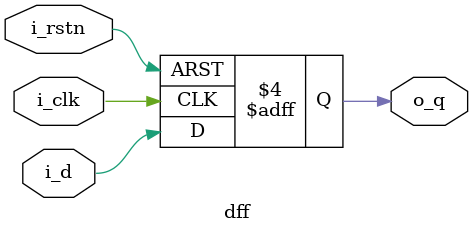
<source format=sv>
module dff (
    input   logic       i_clk,
    input   logic       i_rstn,
    input   logic       i_d,
    output  logic       o_q
);

    always @(posedge i_clk or negedge i_rstn) begin
        if (~i_rstn) begin
            o_q         <= 1'b0;
        end else begin
            o_q         <= i_d;
        end
    end

/*
    Following section is necessary for dumping waveforms. This is needed for debug and simulations
*/

`ifndef DISABLE_WAVES
    initial begin
        $dumpfile("./sim_build/dff.vcd");
        $dumpvars(0, dff);
    end
`endif

endmodule

</source>
